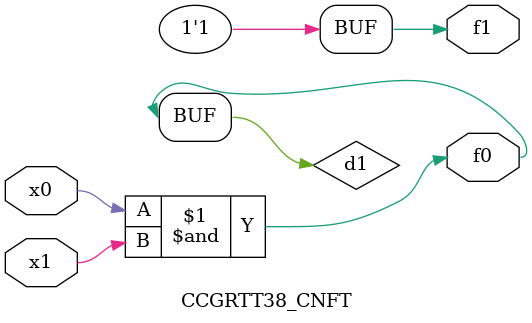
<source format=v>
module CCGRTT38_CNFT(
	input x0, x1,
	output f0, f1
);

	wire d1;

	assign f0 = d1;
	and (d1, x0, x1);
	assign f1 = 1'b1;
endmodule

</source>
